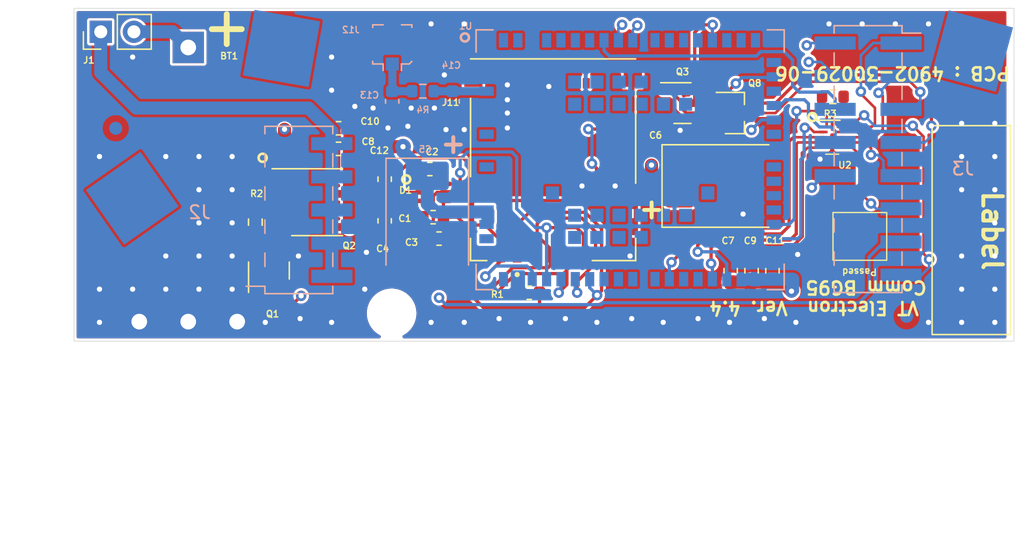
<source format=kicad_pcb>
(kicad_pcb (version 20240108) (generator "pcbnew") (generator_version "8.0")
  (layers (0 "F.Cu" signal) (1 "In1.Cu" signal) (2 "In2.Cu" signal) (31 "B.Cu" signal) (34 "B.Paste" user) (35 "F.Paste" user) (36 "B.SilkS" user "B.Silkscreen") (37 "F.SilkS" user "F.Silkscreen") (38 "B.Mask" user) (39 "F.Mask" user) (44 "Edge.Cuts" user))
  (net 0 "")
  (net 1 "GND")
  (net 5 "/uGND")
  (net 6 "/uRST")
  (net 7 "/uCLK")
  (net 8 "/uData")
  (net 9 "/uVDD")
  (net 10 "/VBAT")
  (net 11 "/uStatus")
  (net 12 "/uPWRKEY")
  (net 13 "/+3V6")
  (net 14 "/uDTR")
  (net 15 "/TxD")
  (net 16 "/RxD")
  (net 17 "/uDCD")
  (net 18 "/RF_OUT")
  (net 19 "Net-(Q1-Pad3)")
  (net 20 "/RXD")
  (net 21 "/TXD")
  (net 22 "/VDD_EXT")
  (net 23 "/DTR")
  (net 24 "/DCD")
  (net 25 "/PWRKEY")
  (net 26 "/Status")
  (net 27 "/Alim")
  (net 59 "/+3V6d")
  (net 60 "/+3V3_UC")
  (net 61 "/RF_OUT1")
  (net 62 "Net-(R3-Pad2)")
  (net 63 "/T")
  (net 64 "/R")
  (net 65 "/D+")
  (net 66 "/D-")
  (net 67 "/Vbus")
  (footprint "Capacitor_SMD:C_0603_1608Metric" (layer "F.Cu") (at 30.51 -6.5 180)
    (property "Reference" "C1")
    (property "Value" "33p")
  )
  (footprint "Capacitor_SMD:C_0603_1608Metric" (layer "F.Cu") (at 30.26 -10.19 180)
    (property "Reference" "C2")
    (property "Value" "33p")
  )
  (footprint "Capacitor_SMD:C_0603_1608Metric" (layer "F.Cu") (at 30.9626 -4.86 180)
    (property "Reference" "C3")
    (property "Value" "33p")
  )
  (footprint "Capacitor_SMD:C_0603_1608Metric" (layer "F.Cu") (at 26.797 -6.223 -90)
    (property "Reference" "C4")
    (property "Value" "100n")
  )
  (footprint "Capacitor_Tantalum_SMD:CP_EIA-7361-38_AVX-V_Pad2.18x3.30mm_HandSolder" (layer "F.Cu") (at 52.578 -8.89)
    (property "Reference" "C6")
    (property "Value" "TAJD477K006RNJ")
  )
  (footprint "Capacitor_SMD:C_0603_1608Metric_Pad1.05x0.95mm_HandSolder" (layer "F.Cu") (at 53.3 -2.4 90)
    (property "Reference" "C7")
    (property "Value" "100n")
  )
  (footprint "Capacitor_SMD:C_0603_1608Metric_Pad1.05x0.95mm_HandSolder" (layer "F.Cu") (at 23.2664 -11.7348 180)
    (property "Reference" "C8")
    (property "Value" "100n")
  )
  (footprint "Capacitor_SMD:C_0603_1608Metric_Pad1.05x0.95mm_HandSolder" (layer "F.Cu") (at 54.9 -2.4 90)
    (property "Reference" "C9")
    (property "Value" "33p")
  )
  (footprint "Capacitor_SMD:C_0603_1608Metric_Pad1.05x0.95mm_HandSolder" (layer "F.Cu") (at 23.2664 -13.3096 180)
    (property "Reference" "C10")
    (property "Value" "33p")
  )
  (footprint "Capacitor_SMD:C_0603_1608Metric_Pad1.05x0.95mm_HandSolder" (layer "F.Cu") (at 56.5 -2.4 90)
    (property "Reference" "C11")
    (property "Value" "10p")
  )
  (footprint "Capacitor_SMD:C_0603_1608Metric_Pad1.05x0.95mm_HandSolder" (layer "F.Cu") (at 26.797 -9.412 -90)
    (property "Reference" "C12")
    (property "Value" "10p")
  )
  (footprint "Diode_SMD:SC70-6" (layer "F.Cu") (at 30.51 -8.4 -90)
    (property "Reference" "D1")
    (property "Value" "SMF05C.TCT" (hide yes))
  )
  (footprint "Package_SO:SOIC-8_3.9x4.9mm_P1.27mm" (layer "F.Cu") (at 21.625 -7.65)
    (property "Reference" "Q2")
    (property "Value" "AO4459" (hide yes))
  )
  (footprint "Package_TO_SOT_SMD:SOT-23" (layer "F.Cu") (at 53.594 -14.478)
    (property "Reference" "Q8")
    (property "Value" "PDTC143XT")
  )
  (footprint "Resistor_SMD:R_0603_1608Metric" (layer "F.Cu") (at 37.8714 -0.7112 180)
    (property "Reference" "R1")
    (property "Value" "15k")
  )
  (footprint "Connector_Molex:MOLEX_78646-3001" (layer "F.Cu") (at 39.7 -10.9 90)
    (property "Reference" "J11")
    (property "Value" "78646-3001")
  )
  (footprint "Package_DFN_QFN:Texas_R_PUQFN-N12" (layer "F.Cu") (at 61.075 -12.625)
    (property "Reference" "U2")
    (property "Value" "TXB0104RUT" (hide yes))
  )
  (footprint "Resistor_SMD:R_0603_1608Metric" (layer "F.Cu") (at 61.125 -15.725)
    (property "Reference" "R3")
    (property "Value" "4k7")
  )
  (footprint "Package_TO_SOT_SMD:SOT-23" (layer "F.Cu") (at 17.9324 -2.413 90)
    (property "Reference" "Q1")
    (property "Value" "PDTC143XT")
  )
  (footprint "Battery:HLC1520-3P" (layer "F.Cu") (at 11.75 -19.5 -90)
    (property "Reference" "BT1")
    (property "Value" "HLC1520-3P")
  )
  (footprint "MountingHole:MountingHole_2.5mm  Simpla" (layer "F.Cu") (at 27.3304 0.8636)
    (property "Reference" "H1" (hide yes))
    (property "Value" "MountingHole" (hide yes))
  )
  (footprint "Fiducial:Fiducial_1mm_Mask2mm" (layer "F.Cu") (at 72.2376 -20.2946)
    (property "Reference" "FID1" (hide yes))
    (property "Value" "Fiducial" (hide yes))
  )
  (footprint "Resistor_SMD:R_0603_1608Metric" (layer "F.Cu") (at 16.891 -6.1214 -90)
    (property "Reference" "R2")
    (property "Value" "4k7" (hide yes))
  )
  (footprint "Connector_PinHeader_2.54mm:PinHeader_1x02_P2.54mm_Vertical" (layer "F.Cu") (at 5.0496 -20.7 90)
    (property "Reference" "J1")
    (property "Value" "DNP")
  )
  (footprint "Fiducial:Fiducial_1mm_Mask2mm" (layer "F.Cu") (at 6.223 -2.794)
    (property "Reference" "FID4" (hide yes))
    (property "Value" "Fiducial" (hide yes))
  )
  (footprint "Symbol:Eticheta" (layer "F.Cu") (at 71.7296 -5.5118 -90)
    (property "Reference" "TP1" (hide yes))
    (property "Value" "Eticheta" (hide yes))
  )
  (footprint "Package_TO_SOT_SMD:SOT-23" (layer "F.Cu") (at 49.6085 -15.24)
    (property "Reference" "Q3")
    (property "Value" "PDTC143XT")
  )
  (footprint "BG95:XCVR_BG95M3LA-64-SGNS" (layer "B.Cu") (at 45.6 -10.9 -90)
    (property "Reference" "U1")
    (property "Value" "BG95")
  )
  (footprint "Capacitor_Tantalum_SMD:CP_EIA-7361-38_AVX-V_Pad2.18x3.30mm_HandSolder" (layer "B.Cu") (at 30.06 -6.48 -90)
    (property "Reference" "C5")
    (property "Value" "TAJD477K006RNJ")
  )
  (footprint "Connector_Coaxial:U.FL_Molex_MCRF_73412-0110_Vertical" (layer "B.Cu") (at 27.3812 -19.7358 180)
    (property "Reference" "J12")
    (property "Value" "CONUFL001-SMD-T" (hide yes))
  )
  (footprint "Connector_PinHeader_2.54mm:PinHeader_2x08_P2.54mm_Vertical_SMD_MOD" (layer "B.Cu") (at 63.825 -10.95 180)
    (property "Reference" "J3")
    (property "Value" "Conn_02x08_Counter_Clockwise")
  )
  (footprint "TestPoint:TestPoint_Pad_5.1x5.1mm" (layer "B.Cu") (at 18.8976 -19.431 170)
    (property "Reference" "J5" (hide yes))
    (property "Value" "Conn_01x01_Male" (hide yes))
  )
  (footprint "Fiducial:Fiducial_1mm_Mask2mm" (layer "B.Cu") (at 66.7766 1.0922 180)
    (property "Reference" "FID2" (hide yes))
    (property "Value" "Fiducial" (hide yes))
  )
  (footprint "Resistor_SMD:R_0603_1608Metric" (layer "B.Cu") (at 29.725 -16.15)
    (property "Reference" "R4")
    (property "Value" "0")
  )
  (footprint "Connector_PinHeader_2.54mm:PinHeader_2x05_P2.54mm_Vertical_SMD_MOD" (layer "B.Cu") (at 20.225 -7.05)
    (property "Reference" "J2")
    (property "Value" "Conn_02x05_Counter_Clockwise")
  )
  (footprint "Capacitor_SMD:C_0603_1608Metric" (layer "B.Cu") (at 27.375 -15.375 -90)
    (property "Reference" "C13")
    (property "Value" "DNP")
  )
  (footprint "TestPoint:TestPoint_Pad_5.1x5.1mm" (layer "B.Cu") (at 71.8058 -19.2278 165)
    (property "Reference" "J6" (hide yes))
    (property "Value" "Conn_01x01_Male" (hide yes))
  )
  (footprint "TestPoint:TestPoint_Pad_5.1x5.1mm" (layer "B.Cu") (at 7.4676 -7.9502 125)
    (property "Reference" "J4" (hide yes))
    (property "Value" "Conn_01x01_Male" (hide yes))
  )
  (footprint "Fiducial:Fiducial_1mm_Mask2mm" (layer "B.Cu") (at 6.1976 -13.3096 180)
    (property "Reference" "FID3" (hide yes))
    (property "Value" "Fiducial" (hide yes))
  )
  (footprint "Capacitor_SMD:C_0603_1608Metric" (layer "B.Cu") (at 32 -15.375 -90)
    (property "Reference" "C14")
    (property "Value" "DNP")
  )
  (gr_circle (center 32.9438 -20.2692) (end 33.253847 -20.2692) (stroke (width 0.2)) (fill none) (layer "B.SilkS"))
  (gr_circle (center 28.448 -9.398) (end 28.758047 -9.398) (stroke (width 0.2)) (fill none) (layer "F.SilkS"))
  (gr_circle (center 59.563 -14.1732) (end 59.873047 -14.1732) (stroke (width 0.2)) (fill none) (layer "F.SilkS"))
  (gr_circle (center 17.4498 -11.049) (end 17.759847 -11.049) (stroke (width 0.2)) (fill none) (layer "F.SilkS"))
  (gr_rect (start 61.1378 -6.858) (end 65.2526 -3.2004) (stroke (width 0.1)) (fill none) (layer "F.SilkS"))
  (gr_line (start 75 3) (end 3 3) (stroke (width 0.05)) (layer "Edge.Cuts"))
  (gr_line (start 3 -22.5) (end 3 3) (stroke (width 0.05)) (layer "Edge.Cuts"))
  (gr_line (start 75 3) (end 75 -22.5) (stroke (width 0.05)) (layer "Edge.Cuts"))
  (gr_line (start 75 -22.5) (end 3 -22.5) (stroke (width 0.05)) (layer "Edge.Cuts"))
  (gr_text "+" (at 32.0548 -12.1666 0) (layer "B.SilkS") (effects (font (size 1.5 1.5) (thickness 0.3))))
  (gr_text "PCB : 4902-30029-06" (at 65.6844 -17.526 180) (layer "F.SilkS") (effects (font (size 1 1) (thickness 0.2))))
  (gr_text "VT Electron  Ver. 4.4\n\n" (at 59.69 -0.3556 180) (layer "F.SilkS") (effects (font (size 1 1) (thickness 0.2))))
  (gr_text "Label" (at 73.3298 -5.461 270) (layer "F.SilkS") (effects (font (size 1.5 1.5) (thickness 0.3))))
  (gr_text "Passed" (at 63.1698 -2.3114 180) (layer "F.SilkS") (effects (font (size 0.5 0.5) (thickness 0.1))))
  (gr_text "Comm BG95\n\n" (at 63.6778 -1.9304 180) (layer "F.SilkS") (effects (font (size 1 1) (thickness 0.2))))
  (gr_text "+" (at 47.244 -7.1628 0) (layer "F.SilkS") (effects (font (size 1.5 1.5) (thickness 0.3))))
  (segment (start 56.25 -3.25) (end 56.3 -3.2) (width 0.25) (layer "F.Cu") (net 1))
  (segment (start 55.7655 -8.2555) (end 54.25 -6.74) (width 0.25) (layer "F.Cu") (net 1))
  (segment (start 60.4066 -10.775) (end 60.25 -10.775) (width 0.25) (layer "F.Cu") (net 1))
  (segment (start 56.5 -3.275) (end 58.055 -3.275) (width 0.25) (layer "F.Cu") (net 1))
  (segment (start 53.3 -3.275) (end 54.875 -3.275) (width 0.25) (layer "F.Cu") (net 1))
  (segment (start 61.075 -11.825) (end 61.075 -11.025) (width 0.25) (layer "F.Cu") (net 1))
  (segment (start 55.7655 -8.89) (end 55.7655 -8.2555) (width 0.25) (layer "F.Cu") (net 1))
  (segment (start 60.825 -10.775) (end 60.4066 -10.775) (width 0.25) (layer "F.Cu") (net 1))
  (segment (start 49.43 -13.15) (end 49.808 -13.528) (width 0.25) (layer "F.Cu") (net 1))
  (segment (start 60.4066 -10.775) (end 60.3196 -10.775) (width 0.25) (layer "F.Cu") (net 1))
  (segment (start 58.432288 -3.647712) (end 58.432288 -3.644211) (width 0.25) (layer "F.Cu") (net 1))
  (segment (start 60.3196 -10.775) (end 60.1472 -10.9474) (width 0.25) (layer "F.Cu") (net 1))
  (segment (start 48.9 -13.15) (end 49.43 -13.15) (width 0.25) (layer "F.Cu") (net 1))
  (segment (start 60.25 -10.775) (end 60.225 -10.8) (width 0.25) (layer "F.Cu") (net 1))
  (segment (start 58.055 -3.275) (end 58.43 -3.65) (width 0.25) (layer "F.Cu") (net 1))
  (segment (start 48.671 -14.29) (end 48.671 -13.379) (width 0.25) (layer "F.Cu") (net 1))
  (segment (start 54.9 -3.275) (end 56.275 -3.275) (width 0.25) (layer "F.Cu") (net 1))
  (segment (start 48.671 -13.379) (end 48.9 -13.15) (width 0.25) (layer "F.Cu") (net 1))
  (segment (start 54.875 -3.275) (end 54.9 -3.25) (width 0.25) (layer "F.Cu") (net 1))
  (segment (start 49.808 -13.528) (end 52.594 -13.528) (width 0.25) (layer "F.Cu") (net 1))
  (segment (start 54.875 -3.275) (end 54.9 -3.3) (width 0.25) (layer "F.Cu") (net 1))
  (segment (start 58.43 -3.65) (end 58.432288 -3.647712) (width 0.25) (layer "F.Cu") (net 1))
  (segment (start 61.075 -11.025) (end 60.825 -10.775) (width 0.25) (layer "F.Cu") (net 1))
  (via (at 15.113 -11.145394) (size 0.8) (drill 0.4) (layers "F.Cu" "B.Cu") (net 1))
  (via (at 65.913 -21.305394) (size 0.8) (drill 0.4) (layers "F.Cu" "B.Cu") (net 1))
  (via (at 31.369 -17.399) (size 0.8) (drill 0.4) (layers "F.Cu" "B.Cu") (net 1))
  (via (at 39.37 -16.51) (size 0.8) (drill 0.4) (layers "F.Cu" "B.Cu") (net 1))
  (via (at 12.573 -0.985394) (size 0.8) (drill 0.4) (layers "F.Cu" "B.Cu") (net 1))
  (via (at 70.993 -11.145394) (size 0.8) (drill 0.4) (layers "F.Cu" "B.Cu") (net 1))
  (via (at 58.432288 -3.644211) (size 0.8) (drill 0.4) (layers "F.Cu" "B.Cu") (net 1))
  (via (at 73.533 -3.525394) (size 0.8) (drill 0.4) (layers "F.Cu" "B.Cu") (net 1))
  (via (at 10.033 -11.145394) (size 0.8) (drill 0.4) (layers "F.Cu" "B.Cu") (net 1))
  (via (at 36.195 -13.335) (size 0.8) (drill 0.4) (layers "F.Cu" "B.Cu") (net 1))
  (via (at 20.32 1.27) (size 0.8) (drill 0.4) (layers "F.Cu" "B.Cu") (net 1))
  (via (at 12.573 -8.605394) (size 0.8) (drill 0.4) (layers "F.Cu" "B.Cu") (net 1))
  (via (at 45.593 -3.525394) (size 0.8) (drill 0.4) (layers "F.Cu" "B.Cu") (net 1))
  (via (at 70.993 -13.685394) (size 0.8) (drill 0.4) (layers "F.Cu" "B.Cu") (net 1))
  (via (at 44.45 -8.89) (size 0.8) (drill 0.4) (layers "F.Cu" "B.Cu") (net 1))
  (via (at 35.56 1.27) (size 0.8) (drill 0.4) (layers "F.Cu" "B.Cu") (net 1))
  (via (at 70.993 -0.985394) (size 0.8) (drill 0.4) (layers "F.Cu" "B.Cu") (net 1))
  (via (at 53.213 1.554606) (size 0.8) (drill 0.4) (layers "F.Cu" "B.Cu") (net 1))
  (via (at 60.1472 -10.9474) (size 0.8) (drill 0.4) (layers "F.Cu" "B.Cu") (net 1))
  (via (at 41.91 -8.89) (size 0.8) (drill 0.4) (layers "F.Cu" "B.Cu") (net 1))
  (via (at 31.496 -13.208) (size 0.8) (drill 0.4) (layers "F.Cu" "B.Cu") (net 1))
  (via (at 12.573 -3.525394) (size 0.8) (drill 0.4) (layers "F.Cu" "B.Cu") (net 1))
  (via (at 32.893 -13.208) (size 0.8) (drill 0.4) (layers "F.Cu" "B.Cu") (net 1))
  (via (at 12.573 -6.065394) (size 0.8) (drill 0.4) (layers "F.Cu" "B.Cu") (net 1))
  (via (at 73.533 -13.685394) (size 0.8) (drill 0.4) (layers "F.Cu" "B.Cu") (net 1))
  (via (at 28.575 -13.462) (size 0.8) (drill 0.4) (layers "F.Cu" "B.Cu") (net 1))
  (via (at 55.88 1.27) (size 0.8) (drill 0.4) (layers "F.Cu" "B.Cu") (net 1))
  (via (at 36.195 -14.478) (size 0.8) (drill 0.4) (layers "F.Cu" "B.Cu") (net 1))
  (via (at 73.533 -8.605394) (size 0.8) (drill 0.4) (layers "F.Cu" "B.Cu") (net 1))
  (via (at 32.893 -21.305394) (size 0.8) (drill 0.4) (layers "F.Cu" "B.Cu") (net 1))
  (via (at 58.293 1.554606) (size 0.8) (drill 0.4) (layers "F.Cu" "B.Cu") (net 1))
  (via (at 37.973 1.554606) (size 0.8) (drill 0.4) (layers "F.Cu" "B.Cu") (net 1))
  (via (at 45.72 1.27) (size 0.8) (drill 0.4) (layers "F.Cu" "B.Cu") (net 1))
  (via (at 30.353 -21.305394) (size 0.8) (drill 0.4) (layers "F.Cu" "B.Cu") (net 1))
  (via (at 20.193 -3.525394) (size 0.8) (drill 0.4) (layers "F.Cu" "B.Cu") (net 1))
  (via (at 25.908 -14.859) (size 0.8) (drill 0.4) (layers "F.Cu" "B.Cu") (net 1))
  (via (at 68.453 -21.305394) (size 0.8) (drill 0.4) (layers "F.Cu" "B.Cu") (net 1))
  (via (at 4.953 -11.145394) (size 0.8) (drill 0.4) (layers "F.Cu" "B.Cu") (net 1))
  (via (at 25.4 -3.81) (size 0.8) (drill 0.4) (layers "F.Cu" "B.Cu") (net 1))
  (via (at 70.993 -8.605394) (size 0.8) (drill 0.4) (layers "F.Cu" "B.Cu") (net 1))
  (via (at 36.195 -16.637) (size 0.8) (drill 0.4) (layers "F.Cu" "B.Cu") (net 1))
  (via (at 49.43 -13.15) (size 0.8) (drill 0.4) (layers "F.Cu" "B.Cu") (net 1))
  (via (at 36.195 -15.494) (size 0.8) (drill 0.4) (layers "F.Cu" "B.Cu") (net 1))
  (via (at 24.511 -14.986) (size 0.8) (drill 0.4) (layers "F.Cu" "B.Cu") (net 1))
  (via (at 15.113 -3.525394) (size 0.8) (drill 0.4) (layers "F.Cu" "B.Cu") (net 1))
  (via (at 22.733 -16.225394) (size 0.8) (drill 0.4) (layers "F.Cu" "B.Cu") (net 1))
  (via (at 60.833 -21.305394) (size 0.8) (drill 0.4) (layers "F.Cu" "B.Cu") (net 1))
  (via (at 70.993 -3.525394) (size 0.8) (drill 0.4) (layers "F.Cu" "B.Cu") (net 1))
  (via (at 27.051 -13.335) (size 0.8) (drill 0.4) (layers "F.Cu" "B.Cu") (net 1))
  (via (at 28.829 -14.859) (size 0.8) (drill 0.4) (layers "F.Cu" "B.Cu") (net 1))
  (via (at 68.453 1.554606) (size 0.8) (drill 0.4) (layers "F.Cu" "B.Cu") (net 1))
  (via (at 73.533 1.554606) (size 0.8) (drill 0.4) (layers "F.Cu" "B.Cu") (net 1))
  (via (at 73.533 -11.145394) (size 0.8) (drill 0.4) (layers "F.Cu" "B.Cu") (net 1))
  (via (at 7.493 -18.765394) (size 0.8) (drill 0.4) (layers "F.Cu" "B.Cu") (net 1))
  (via (at 32.893 1.554606) (size 0.8) (drill 0.4) (layers "F.Cu" "B.Cu") (net 1))
  (via (at 15.113 -6.065394) (size 0.8) (drill 0.4) (layers "F.Cu" "B.Cu") (net 1))
  (via (at 10.033 -3.525394) (size 0.8) (drill 0.4) (layers "F.Cu" "B.Cu") (net 1))
  (via (at 12.573 -11.145394) (size 0.8) (drill 0.4) (layers "F.Cu" "B.Cu") (net 1))
  (via (at 30.353 1.554606) (size 0.8) (drill 0.4) (layers "F.Cu" "B.Cu") (net 1))
  (via (at 63.373 -21.305394) (size 0.8) (drill 0.4) (layers "F.Cu" "B.Cu") (net 1))
  (via (at 10.033 -0.985394) (size 0.8) (drill 0.4) (layers "F.Cu" "B.Cu") (net 1))
  (via (at 54.25 -6.74) (size 0.8) (drill 0.4) (layers "F.Cu" "B.Cu") (net 1))
  (via (at 7.493 -0.985394) (size 0.8) (drill 0.4) (layers "F.Cu" "B.Cu") (net 1))
  (via (at 70.993 1.554606) (size 0.8) (drill 0.4) (layers "F.Cu" "B.Cu") (net 1))
  (via (at 15.113 -0.985394) (size 0.8) (drill 0.4) (layers "F.Cu" "B.Cu") (net 1))
  (via (at 48.133 1.554606) (size 0.8) (drill 0.4) (layers "F.Cu" "B.Cu") (net 1))
  (via (at 73.533 -6.065394) (size 0.8) (drill 0.4) (layers "F.Cu" "B.Cu") (net 1))
  (via (at 22.733 -18.765394) (size 0.8) (drill 0.4) (layers "F.Cu" "B.Cu") (net 1))
  (via (at 73.533 -0.985394) (size 0.8) (drill 0.4) (layers "F.Cu" "B.Cu") (net 1))
  (via (at 4.953 -0.985394) (size 0.8) (drill 0.4) (layers "F.Cu" "B.Cu") (net 1))
  (via (at 40.64 1.27) (size 0.8) (drill 0.4) (layers "F.Cu" "B.Cu") (net 1))
  (via (at 30.607 -14.859) (size 0.8) (drill 0.4) (layers "F.Cu" "B.Cu") (net 1))
  (via (at 25.273 -0.985394) (size 0.8) (drill 0.4) (layers "F.Cu" "B.Cu") (net 1))
  (via (at 15.113 -8.605394) (size 0.8) (drill 0.4) (layers "F.Cu" "B.Cu") (net 1))
  (via (at 50.8 1.27) (size 0.8) (drill 0.4) (layers "F.Cu" "B.Cu") (net 1))
  (via (at 43.053 1.554606) (size 0.8) (drill 0.4) (layers "F.Cu" "B.Cu") (net 1))
  (via (at 17.653 1.554606) (size 0.8) (drill 0.4) (layers "F.Cu" "B.Cu") (net 1))
  (via (at 22.733 1.554606) (size 0.8) (drill 0.4) (layers "F.Cu" "B.Cu") (net 1))
  (via (at 4.953 1.554606) (size 0.8) (drill 0.4) (layers "F.Cu" "B.Cu") (net 1))
  (segment (start 33.43 -7.775) (end 35.925 -7.775) (width 0.25) (layer "F.Cu") (net 5))
  (segment (start 35.675 -4.725) (end 34.5 -5.9) (width 0.25) (layer "F.Cu") (net 5))
  (segment (start 43.025 -7.775) (end 43.025 -10.25) (width 0.25) (layer "F.Cu") (net 5))
  (segment (start 42.4 -13.25) (end 45.175 -13.25) (width 0.25) (layer "F.Cu") (net 5))
  (segment (start 28.01 -6.9) (end 28.41 -6.5) (width 0.25) (layer "F.Cu") (net 5))
  (segment (start 34.5 -5.9) (end 33.6 -5.9) (width 0.25) (layer "F.Cu") (net 5))
  (segment (start 29.4725 -10.19) (end 29.4725 -10.9225) (width 0.25) (layer "F.Cu") (net 5))
  (segment (start 36.795 -7.775) (end 43.025 -7.775) (width 0.25) (layer "F.Cu") (net 5))
  (segment (start 45.24 -17.9) (end 45.805 -17.335) (width 0.25) (layer "F.Cu") (net 5))
  (segment (start 28.41 -6.5) (end 29.61 -6.5) (width 0.25) (layer "F.Cu") (net 5))
  (segment (start 28.11 -8.4) (end 28.01 -8.3) (width 0.25) (layer "F.Cu") (net 5))
  (segment (start 27.8995 -7.0105) (end 28.01 -6.9) (width 0.25) (layer "F.Cu") (net 5))
  (segment (start 26.797 -7.0105) (end 27.8995 -7.0105) (width 0.25) (layer "F.Cu") (net 5))
  (segment (start 29.6 -11.05) (end 29.01 -11.05) (width 0.25) (layer "F.Cu") (net 5))
  (segment (start 32.78548 -11.05) (end 29.6 -11.05) (width 0.25) (layer "F.Cu") (net 5))
  (segment (start 45.925 -7.775) (end 46 -7.7) (width 0.25) (layer "F.Cu") (net 5))
  (segment (start 29.4725 -10.9225) (end 29.6 -11.05) (width 0.25) (layer "F.Cu") (net 5))
  (segment (start 35.55 -17.9) (end 45.24 -17.9) (width 0.25) (layer "F.Cu") (net 5))
  (segment (start 46 -7.7) (end 46 -5.8) (width 0.25) (layer "F.Cu") (net 5))
  (segment (start 29.7225 -5.3126) (end 30.1751 -4.86) (width 0.25) (layer "F.Cu") (net 5))
  (segment (start 35.675 -3.605) (end 35.675 -3.135) (width 0.25) (layer "F.Cu") (net 5))
  (segment (start 29.01 -11.05) (end 28.16 -10.2) (width 0.25) (layer "F.Cu") (net 5))
  (segment (start 43.025 -10.25) (end 42.675 -10.6) (width 0.25) (layer "F.Cu") (net 5))
  (segment (start 35.675 -3.605) (end 35.675 -4.725) (width 0.25) (layer "F.Cu") (net 5))
  (segment (start 28.01 -10.05) (end 28.01 -8.3) (width 0.25) (layer "F.Cu") (net 5))
  (segment (start 45.805 -13.88) (end 45.805 -17.335) (width 0.25) (layer "F.Cu") (net 5))
  (segment (start 43.025 -7.775) (end 45.925 -7.775) (width 0.25) (layer "F.Cu") (net 5))
  (segment (start 35.925 -7.775) (end 36.795 -7.775) (width 0.25) (layer "F.Cu") (net 5))
  (segment (start 34.985 -17.335) (end 35.55 -17.9) (width 0.25) (layer "F.Cu") (net 5))
  (segment (start 33.4 -5.9) (end 33.4 -7.8) (width 0.25) (layer "F.Cu") (net 5))
  (segment (start 33.6 -5.9) (end 33.4 -5.9) (width 0.25) (layer "F.Cu") (net 5))
  (segment (start 29.7225 -6.5) (end 29.7225 -5.3126) (width 0.25) (layer "F.Cu") (net 5))
  (segment (start 33.43 -10.40548) (end 32.78548 -11.05) (width 0.25) (layer "F.Cu") (net 5))
  (segment (start 28.01 -6.9) (end 28.01 -8.3) (width 0.25) (layer "F.Cu") (net 5))
  (segment (start 35.675 -3.135) (end 35.675 -3.125) (width 0.25) (layer "F.Cu") (net 5))
  (segment (start 29.56 -8.4) (end 28.11 -8.4) (width 0.25) (layer "F.Cu") (net 5))
  (segment (start 45.175 -13.25) (end 45.805 -13.88) (width 0.25) (layer "F.Cu") (net 5))
  (segment (start 28.16 -10.2) (end 28.01 -10.05) (width 0.25) (layer "F.Cu") (net 5))
  (segment (start 33.595 -17.335) (end 34.985 -17.335) (width 0.25) (layer "F.Cu") (net 5))
  (segment (start 33.43 -7.775) (end 33.43 -10.40548) (width 0.25) (layer "F.Cu") (net 5))
  (segment (start 35.675 -3.125) (end 34.51 -1.96) (width 0.25) (layer "F.Cu") (net 5))
  (via (at 42.675 -10.6) (size 0.8) (drill 0.4) (layers "F.Cu" "B.Cu") (net 5))
  (via (at 34.51 -1.96) (size 0.8) (drill 0.4) (layers "F.Cu" "B.Cu") (net 5))
  (via (at 42.4 -13.25) (size 0.8) (drill 0.4) (layers "F.Cu" "B.Cu") (net 5))
  (segment (start 42.675 -12.975) (end 42.4 -13.25) (width 0.25) (layer "B.Cu") (net 5))
  (segment (start 35.31 -2.76) (end 37.69 -2.76) (width 0.25) (layer "B.Cu") (net 5))
  (segment (start 38.1 -2.35) (end 38.1 -1.75) (width 0.25) (layer "B.Cu") (net 5))
  (segment (start 42.675 -10.6) (end 42.675 -12.975) (width 0.25) (layer "B.Cu") (net 5))
  (segment (start 34.51 -1.96) (end 35.31 -2.76) (width 0.25) (layer "B.Cu") (net 5))
  (segment (start 37.69 -2.76) (end 38.1 -2.35) (width 0.25) (layer "B.Cu") (net 5))
  (segment (start 32.38 -6.5) (end 32.87 -6.01) (width 0.25) (layer "F.Cu") (net 6))
  (segment (start 36.59 -2.63) (end 39.32 -2.63) (width 0.25) (layer "F.Cu") (net 6))
  (segment (start 42.95 -5.38) (end 42.95 -2.980978) (width 0.25) (layer "F.Cu") (net 6))
  (segment (start 32.87 -2.38) (end 34.05 -1.2) (width 0.25) (layer "F.Cu") (net 6))
  (segment (start 41.905489 -6.424511) (end 42.95 -5.38) (width 0.25) (layer "F.Cu") (net 6))
  (segment (start 31.2975 -6.5) (end 31.2975 -7.5875) (width 0.25) (layer "F.Cu") (net 6))
  (segment (start 41.54 -1.570978) (end 41.54 -0.719989) (width 0.25) (layer "F.Cu") (net 6))
  (segment (start 38.475489 -5.104511) (end 38.475489 -6.000103) (width 0.25) (layer "F.Cu") (net 6))
  (segment (start 39.485 -4.095) (end 38.475489 -5.104511) (width 0.25) (layer "F.Cu") (net 6))
  (segment (start 32.87 -6.01) (end 32.87 -2.38) (width 0.25) (layer "F.Cu") (net 6))
  (segment (start 34.05 -1.2) (end 35.16 -1.2) (width 0.25) (layer "F.Cu") (net 6))
  (segment (start 39.485 -3.605) (end 39.485 -4.095) (width 0.25) (layer "F.Cu") (net 6))
  (segment (start 35.16 -1.2) (end 36.59 -2.63) (width 0.25) (layer "F.Cu") (net 6))
  (segment (start 39.32 -2.63) (end 39.485 -2.795) (width 0.25) (layer "F.Cu") (net 6))
  (segment (start 39.485 -2.795) (end 39.485 -3.605) (width 0.25) (layer "F.Cu") (net 6))
  (segment (start 38.899897 -6.424511) (end 41.905489 -6.424511) (width 0.25) (layer "F.Cu") (net 6))
  (segment (start 38.475489 -6.000103) (end 38.899897 -6.424511) (width 0.25) (layer "F.Cu") (net 6))
  (segment (start 31.2975 -6.5) (end 32.38 -6.5) (width 0.25) (layer "F.Cu") (net 6))
  (segment (start 31.2975 -7.5875) (end 31.46 -7.75) (width 0.25) (layer "F.Cu") (net 6))
  (segment (start 42.95 -2.980978) (end 41.54 -1.570978) (width 0.25) (layer "F.Cu") (net 6))
  (via (at 41.54 -0.719989) (size 0.8) (drill 0.4) (layers "F.Cu" "B.Cu") (net 6))
  (segment (start 41.4 -0.67) (end 41.449989 -0.719989) (width 0.25) (layer "B.Cu") (net 6))
  (segment (start 41.4 -1.75) (end 41.4 -0.67) (width 0.25) (layer "B.Cu") (net 6))
  (segment (start 41.449989 -0.719989) (end 41.54 -0.719989) (width 0.25) (layer "B.Cu") (net 6))
  (segment (start 32.33 -9.05) (end 32.58 -9.3) (width 0.25) (layer "F.Cu") (net 7))
  (segment (start 41.5 -5.7) (end 39.2 -5.7) (width 0.25) (layer "F.Cu") (net 7))
  (segment (start 42.025 -5.175) (end 41.5 -5.7) (width 0.25) (layer "F.Cu") (net 7))
  (segment (start 31.46 -9.05) (end 32.33 -9.05) (width 0.25) (layer "F.Cu") (net 7))
  (segment (start 31.0475 -9.4625) (end 31.46 -9.05) (width 0.25) (layer "F.Cu") (net 7))
  (segment (start 31.0475 -10.19) (end 31.0475 -9.4625) (width 0.25) (layer "F.Cu") (net 7))
  (segment (start 42.025 -3.605) (end 42.025 -5.175) (width 0.25) (layer "F.Cu") (net 7))
  (segment (start 32.58 -9.3) (end 32.58 -9.9) (width 0.25) (layer "F.Cu") (net 7))
  (via (at 32.58 -9.9) (size 0.8) (drill 0.4) (layers "F.Cu" "B.Cu") (net 7))
  (via (at 39.2 -5.7) (size 0.8) (drill 0.4) (layers "F.Cu" "B.Cu") (net 7))
  (segment (start 36.91 -7.14) (end 38.35 -5.7) (width 0.25) (layer "B.Cu") (net 7))
  (segment (start 36.53 -11.5) (end 36.91 -11.12) (width 0.25) (layer "B.Cu") (net 7))
  (segment (start 32.58 -9.9) (end 32.58 -10.94) (width 0.25) (layer "B.Cu") (net 7))
  (segment (start 32.58 -10.94) (end 33.14 -11.5) (width 0.25) (layer "B.Cu") (net 7))
  (segment (start 33.14 -11.5) (end 36.53 -11.5) (width 0.25) (layer "B.Cu") (net 7))
  (segment (start 36.91 -11.12) (end 36.91 -7.14) (width 0.25) (layer "B.Cu") (net 7))
  (segment (start 39.2 -1.9) (end 39.3 -1.8) (width 0.25) (layer "B.Cu") (net 7))
  (segment (start 39.2 -5.7) (end 39.2 -1.9) (width 0.25) (layer "B.Cu") (net 7))
  (segment (start 38.35 -5.7) (end 39.2 -5.7) (width 0.25) (layer "B.Cu") (net 7))
  (segment (start 40.50048 -2.18048) (end 37.18168 -2.18048) (width 0.25) (layer "F.Cu") (net 8))
  (segment (start 31.7501 -2.8701) (end 31.7501 -4.86) (width 0.25) (layer "F.Cu") (net 8))
  (segment (start 37.0839 -2.0827) (end 37.18168 -2.18048) (width 0.25) (layer "F.Cu") (net 8))
  (segment (start 40.13 -0.72) (end 40.755 -1.345) (width 0.25) (layer "F.Cu") (net 8))
  (segment (start 40.755 -2.435) (end 40.50048 -2.18048) (width 0.25) (layer "F.Cu") (net 8))
  (segment (start 40.755 -2.435) (end 40.755 -3.605) (width 0.25) (layer "F.Cu") (net 8))
  (segment (start 36.84048 -2.18048) (end 35.41 -0.75) (width 0.25) (layer "F.Cu") (net 8))
  (segment (start 31.46 -8.4) (end 30.81 -8.4) (width 0.25) (layer "F.Cu") (net 8))
  (segment (start 30.81 -8.4) (end 30.52 -8.11) (width 0.25) (layer "F.Cu") (net 8))
  (segment (start 30.8102 -5.5626) (end 31.3436 -5.5626) (width 0.25) (layer "F.Cu") (net 8))
  (segment (start 33.864283 -0.75) (end 32.42048 -2.193803) (width 0.25) (layer "F.Cu") (net 8))
  (segment (start 37.0839 -0.7112) (end 37.0839 -2.0827) (width 0.25) (layer "F.Cu") (net 8))
  (segment (start 30.52 -8.11) (end 30.52 -5.8528) (width 0.25) (layer "F.Cu") (net 8))
  (segment (start 31.7501 -5.1561) (end 31.7501 -4.86) (width 0.25) (layer "F.Cu") (net 8))
  (segment (start 32.42048 -2.19972) (end 31.7501 -2.8701) (width 0.25) (layer "F.Cu") (net 8))
  (segment (start 31.3436 -5.5626) (end 31.7501 -5.1561) (width 0.25) (layer "F.Cu") (net 8))
  (segment (start 40.755 -1.345) (end 40.755 -2.435) (width 0.25) (layer "F.Cu") (net 8))
  (segment (start 32.42048 -2.193803) (end 32.42048 -2.19972) (width 0.25) (layer "F.Cu") (net 8))
  (segment (start 30.52 -5.8528) (end 30.8102 -5.5626) (width 0.25) (layer "F.Cu") (net 8))
  (segment (start 35.41 -0.75) (end 33.864283 -0.75) (width 0.25) (layer "F.Cu") (net 8))
  (segment (start 37.18168 -2.18048) (end 36.84048 -2.18048) (width 0.25) (layer "F.Cu") (net 8))
  (via (at 40.13 -0.72) (size 0.8) (drill 0.4) (layers "F.Cu" "B.Cu") (net 8))
  (segment (start 40.3 -1.75) (end 40.3 -0.89) (width 0.25) (layer "B.Cu") (net 8))
  (segment (start 40.3 -0.89) (end 40.13 -0.72) (width 0.25) (layer "B.Cu") (net 8))
  (segment (start 38.6589 0.3303) (end 38.7604 0.4318) (width 0.25) (layer "F.Cu") (net 9))
  (segment (start 43.07 -0.53) (end 43.41 -0.87) (width 0.25) (layer "F.Cu") (net 9))
  (segment (start 38.7604 0.4318) (end 42.1082 0.4318) (width 0.25) (layer "F.Cu") (net 9))
  (segment (start 29.6926 -3.937) (end 28.1941 -5.4355) (width 0.25) (layer "F.Cu") (net 9))
  (segment (start 28.1941 -5.4355) (end 26.797 -5.4355) (width 0.25) (layer "F.Cu") (net 9))
  (segment (start 36.945 -5.945) (end 36.945 -3.605) (width 0.25) (layer "F.Cu") (net 9))
  (segment (start 31.1912 -3.5052) (end 30.7594 -3.937) (width 0.25) (layer "F.Cu") (net 9))
  (segment (start 31.1912 -2.7432) (end 31.1912 -3.5052) (width 0.25) (layer "F.Cu") (net 9))
  (segment (start 30.7594 -3.937) (end 29.6926 -3.937) (width 0.25) (layer "F.Cu") (net 9))
  (segment (start 43.41 -0.87) (end 43.41 -5.61) (width 0.25) (layer "F.Cu") (net 9))
  (segment (start 37.874031 -6.874031) (end 36.945 -5.945) (width 0.25) (layer "F.Cu") (net 9))
  (segment (start 42.1082 0.4318) (end 43.07 -0.53) (width 0.25) (layer "F.Cu") (net 9))
  (segment (start 34.3662 0.4318) (end 31.1912 -2.7432) (width 0.25) (layer "F.Cu") (net 9))
  (segment (start 38.6589 -0.7112) (end 38.6589 0.3303) (width 0.25) (layer "F.Cu") (net 9))
  (segment (start 43.41 -5.61) (end 42.145969 -6.874031) (width 0.25) (layer "F.Cu") (net 9))
  (segment (start 38.7604 0.4318) (end 34.3662 0.4318) (width 0.25) (layer "F.Cu") (net 9))
  (segment (start 42.145969 -6.874031) (end 37.874031 -6.874031) (width 0.25) (layer "F.Cu") (net 9))
  (via (at 43.07 -0.53) (size 0.8) (drill 0.4) (layers "F.Cu" "B.Cu") (net 9))
  (segment (start 42.5 -1.75) (end 42.5 -1.1) (width 0.25) (layer "B.Cu") (net 9))
  (segment (start 42.5 -1.1) (end 43.07 -0.53) (width 0.25) (layer "B.Cu") (net 9))
  (segment (start 24.1 -7.015) (end 24.1 -5.745) (width 1) (layer "F.Cu") (net 10))
  (segment (start 26.835 -10.325) (end 26.797 -10.287) (width 1) (layer "F.Cu") (net 10))
  (segment (start 26.835 -11.9) (end 26.835 -10.325) (width 1) (layer "F.Cu") (net 10))
  (segment (start 28.2 -11.9) (end 26.835 -11.9) (width 1) (layer "F.Cu") (net 10))
  (segment (start 47.23398 -10.49102) (end 47.23398 -9.40802) (width 1) (layer "F.Cu") (net 10))
  (segment (start 24.1414 -11.7348) (end 24.1414 -13.3096) (width 1) (layer "F.Cu") (net 10))
  (segment (start 47.752 -8.89) (end 49.3905 -8.89) (width 1) (layer "F.Cu") (net 10))
  (segment (start 24.1 -9.555) (end 24.1 -8.285) (width 1) (layer "F.Cu") (net 10))
  (segment (start 26.835 -11.9) (end 24.3066 -11.9) (width 1) (layer "F.Cu") (net 10))
  (segment (start 24.1 -9.555) (end 24.1 -11.6934) (width 1) (layer "F.Cu") (net 10))
  (segment (start 47.23398 -9.40802) (end 47.752 -8.89) (width 1) (layer "F.Cu") (net 10))
  (segment (start 53.3 -1.525) (end 54.475 -1.525) (width 1) (layer "F.Cu") (net 10))
  (segment (start 56.5 -1.525) (end 57.265 -1.525) (width 1) (layer "F.Cu") (net 10))
  (segment (start 57.265 -1.525) (end 57.96 -0.83) (width 1) (layer "F.Cu") (net 10))
  (segment (start 53.3 -1.525) (end 56.5 -1.525) (width 1) (layer "F.Cu") (net 10))
  (segment (start 24.1 -11.6934) (end 24.1414 -11.7348) (width 1) (layer "F.Cu") (net 10))
  (segment (start 24.1 -8.285) (end 24.1 -7.015) (width 1) (layer "F.Cu") (net 10))
  (segment (start 54.475 -1.525) (end 54.5 -1.5) (width 1) (layer "F.Cu") (net 10))
  (segment (start 54.825 -1.525) (end 54.9 -1.6) (width 1) (layer "F.Cu") (net 10))
  (segment (start 24.3066 -11.9) (end 24.1414 -11.7348) (width 1) (layer "F.Cu") (net 10))
  (via (at 57.96 -0.83) (size 0.8) (drill 0.4) (layers "F.Cu" "B.Cu") (net 10))
  (via (at 47.23398 -10.49102) (size 0.8) (drill 0.4) (layers "F.Cu" "B.Cu") (net 10))
  (via (at 28.2 -11.9) (size 1.2) (drill 0.4) (layers "F.Cu" "B.Cu") (net 10))
  (segment (start 54.35 -1.75) (end 54.3 -1.7) (width 1) (layer "B.Cu") (net 10))
  (segment (start 30.06 -7.52) (end 30.06 -9.6675) (width 1) (layer "B.Cu") (net 10))
  (segment (start 30.680001 -6.899999) (end 30.06 -7.52) (width 1) (layer "B.Cu") (net 10))
  (segment (start 28.2 -11.9) (end 28.2 -11.5275) (width 1) (layer "B.Cu") (net 10))
  (segment (start 55.2 -1.75) (end 54.35 -1.75) (width 1) (layer "B.Cu") (net 10))
  (segment (start 34.7 -6.2) (end 34.7 -6.899999) (width 1) (layer "B.Cu") (net 10))
  (segment (start 34.7 -6.899999) (end 30.680001 -6.899999) (width 1) (layer "B.Cu") (net 10))
  (segment (start 28.2 -11.5275) (end 30.06 -9.6675) (width 1) (layer "B.Cu") (net 10))
  (segment (start 55.2 -1.75) (end 58.05 -1.75) (width 1) (layer "B.Cu") (net 10))
  (segment (start 58.05 -1.75) (end 58.05 -0.92) (width 1) (layer "B.Cu") (net 10))
  (segment (start 58.05 -0.92) (end 57.96 -0.83) (width 1) (layer "B.Cu") (net 10))
  (segment (start 67.05 -16.875) (end 67.825 -16.1) (width 0.2) (layer "F.Cu") (net 11))
  (segment (start 59.125 -16.875) (end 67.05 -16.875) (width 0.2) (layer "F.Cu") (net 11))
  (segment (start 54.594 -14.478) (end 56.728 -14.478) (width 0.2) (layer "F.Cu") (net 11))
  (segment (start 56.728 -14.478) (end 59.125 -16.875) (width 0.2) (layer "F.Cu") (net 11))
  (via (at 67.825 -16.1) (size 0.8) (drill 0.4) (layers "F.Cu" "B.Cu") (net 11))
  (segment (start 67.21 -14.76) (end 67.825 -15.375) (width 0.2) (layer "B.Cu") (net 11))
  (segment (start 67.825 -15.375) (end 67.825 -16.1) (width 0.2) (layer "B.Cu") (net 11))
  (segment (start 66.35 -14.76) (end 67.21 -14.76) (width 0.2) (layer "B.Cu") (net 11))
  (segment (start 48.671 -16.19) (end 49.48398 -15.37702) (width 0.25) (layer "F.Cu") (net 12))
  (segment (start 58.9 -17.4) (end 67.75 -17.4) (width 0.25) (layer "F.Cu") (net 12))
  (segment (start 67.75 -17.4) (end 68.675 -16.475) (width 0.25) (layer "F.Cu") (net 12))
  (segment (start 56.74 -15.24) (end 58.9 -17.4) (width 0.25) (layer "F.Cu") (net 12))
  (segment (start 49.48398 -15.37702) (end 49.48398 -14.893448) (width 0.25) (layer "F.Cu") (net 12))
  (segment (start 49.899428 -14.478) (end 52.860511 -14.478) (width 0.25) (layer "F.Cu") (net 12))
  (segment (start 52.860511 -14.478) (end 53.086 -14.703489) (width 0.25) (layer "F.Cu") (net 12))
  (segment (start 53.848 -15.24) (end 56.74 -15.24) (width 0.25) (layer "F.Cu") (net 12))
  (segment (start 49.48398 -14.893448) (end 49.899428 -14.478) (width 0.25) (layer "F.Cu") (net 12))
  (segment (start 53.086 -14.703489) (end 53.311489 -14.703489) (width 0.25) (layer "F.Cu") (net 12))
  (segment (start 68.675 -16.475) (end 68.675 -13.5) (width 0.25) (layer "F.Cu") (net 12))
  (segment (start 53.311489 -14.703489) (end 53.848 -15.24) (width 0.25) (layer "F.Cu") (net 12))
  (via (at 68.675 -13.5) (size 0.8) (drill 0.4) (layers "F.Cu" "B.Cu") (net 12))
  (segment (start 68.7 -13.475) (end 68.675 -13.5) (width 0.2) (layer "B.Cu") (net 12))
  (segment (start 66.35 -12.22) (end 68.17 -12.22) (width 0.2) (layer "B.Cu") (net 12))
  (segment (start 68.7 -12.75) (end 68.7 -13.475) (width 0.2) (layer "B.Cu") (net 12))
  (segment (start 68.17 -12.22) (end 68.7 -12.75) (width 0.2) (layer "B.Cu") (net 12))
  (segment (start 22.75 -12.13) (end 22.75 -13.075) (width 1) (layer "B.Cu") (net 13))
  (segment (start 22.75 -13.075) (end 20.966 -14.859) (width 1) (layer "B.Cu") (net 13))
  (segment (start 22.75 -2.005) (end 22.75 -12.13) (width 1) (layer "B.Cu") (net 13))
  (segment (start 7.7724 -14.859) (end 5.0496 -17.5818) (width 1) (layer "B.Cu") (net 13))
  (segment (start 5.0496 -17.5818) (end 5.0496 -20.7) (width 1) (layer "B.Cu") (net 13))
  (segment (start 20.966 -14.859) (end 7.7724 -14.859) (width 1) (layer "B.Cu") (net 13))
  (segment (start 64.1 -13.425) (end 63.475 -13.425) (width 0.2) (layer "F.Cu") (net 14))
  (segment (start 64.35 -14.875) (end 64.35 -13.675) (width 0.2) (layer "F.Cu") (net 14))
  (segment (start 63.475 -13.425) (end 63.075 -13.025) (width 0.2) (layer "F.Cu") (net 14))
  (segment (start 64.35 -13.675) (end 64.1 -13.425) (width 0.2) (layer "F.Cu") (net 14))
  (segment (start 63.975 -15.25) (end 64.35 -14.875) (width 0.2) (layer "F.Cu") (net 14))
  (segment (start 63.975 -15.25) (end 63.275 -15.95) (width 0.2) (layer "F.Cu") (net 14))
  (segment (start 63.075 -13.025) (end 61.725 -13.025) (width 0.2) (layer "F.Cu") (net 14))
  (segment (start 63.275 -15.95) (end 63.275 -16.125) (width 0.2) (layer "F.Cu") (net 14))
  (via (at 63.275 -16.125) (size 0.8) (drill 0.4) (layers "F.Cu" "B.Cu") (net 14))
  (segment (start 64.215 -19.84) (end 66.35 -19.84) (width 0.2) (layer "B.Cu") (net 14))
  (segment (start 63.275 -16.125) (end 63.275 -18.9) (width 0.2) (layer "B.Cu") (net 14))
  (segment (start 63.275 -18.9) (end 64.215 -19.84) (width 0.2) (layer "B.Cu") (net 14))
  (segment (start 61.725 -12.225) (end 63.6 -12.225) (width 0.2) (layer "F.Cu") (net 15))
  (segment (start 64.05 -11.775) (end 64.05 -11.275) (width 0.2) (layer "F.Cu") (net 15))
  (segment (start 63.6 -12.225) (end 64.05 -11.775) (width 0.2) (layer "F.Cu") (net 15))
  (via (at 64.05 -11.275) (size 0.8) (drill 0.4) (layers "F.Cu" "B.Cu") (net 15))
  (segment (start 65 -10.225) (end 65 -10.825) (width 0.2) (layer "B.Cu") (net 15))
  (segment (start 64.55 -11.275) (end 64.05 -11.275) (width 0.2) (layer "B.Cu") (net 15))
  (segment (start 65 -10.825) (end 64.55 -11.275) (width 0.2) (layer "B.Cu") (net 15))
  (segment (start 65.545 -9.68) (end 65 -10.225) (width 0.2) (layer "B.Cu") (net 15))
  (segment (start 66.35 -9.68) (end 65.545 -9.68) (width 0.2) (layer "B.Cu") (net 15))
  (segment (start 63.175 -11.275) (end 63.175 -8.425) (width 0.2) (layer "F.Cu") (net 16))
  (segment (start 61.725 -11.825) (end 62.625 -11.825) (width 0.2) (layer "F.Cu") (net 16))
  (segment (start 63.175 -8.425) (end 64.05 -7.55) (width 0.2) (layer "F.Cu") (net 16))
  (segment (start 62.625 -11.825) (end 63.175 -11.275) (width 0.2) (layer "F.Cu") (net 16))
  (via (at 64.05 -7.55) (size 0.8) (drill 0.4) (layers "F.Cu" "B.Cu") (net 16))
  (segment (start 64.46 -7.14) (end 64.05 -7.55) (width 0.2) (layer "B.Cu") (net 16))
  (segment (start 66.35 -7.14) (end 64.46 -7.14) (width 0.2) (layer "B.Cu") (net 16))
  (segment (start 61.725 -12.625) (end 64.35 -12.625) (width 0.2) (layer "F.Cu") (net 17))
  (segment (start 64.95 -15.8) (end 64.725 -16.025) (width 0.2) (layer "F.Cu") (net 17))
  (segment (start 64.35 -12.625) (end 64.95 -13.225) (width 0.2) (layer "F.Cu") (net 17))
  (segment (start 64.725 -16.025) (end 64.625 -16.025) (width 0.2) (layer "F.Cu") (net 17))
  (segment (start 64.95 -13.225) (end 64.95 -15.8) (width 0.2) (layer "F.Cu") (net 17))
  (via (at 64.625 -16.025) (size 0.8) (drill 0.4) (layers "F.Cu" "B.Cu") (net 17))
  (segment (start 65.9 -17.3) (end 66.35 -17.3) (width 0.2) (layer "B.Cu") (net 17))
  (segment (start 64.625 -16.025) (end 65.9 -17.3) (width 0.2) (layer "B.Cu") (net 17))
  (segment (start 32 -16.15) (end 30.55 -16.15) (width 0.625) (layer "B.Cu") (net 18))
  (segment (start 34.6 -16.15) (end 32 -16.15) (width 0.625) (layer "B.Cu") (net 18))
  (segment (start 19.15 -5.745) (end 17.3396 -5.745) (width 0.25) (layer "F.Cu") (net 19))
  (segment (start 17.9324 -3.3505) (end 17.9324 -4.5274) (width 0.25) (layer "F.Cu") (net 19))
  (segment (start 17.3396 -5.745) (end 16.891 -5.2964) (width 0.25) (layer "F.Cu") (net 19))
  (segment (start 17.9324 -4.5274) (end 19.15 -5.745) (width 0.25) (layer "F.Cu") (net 19))
  (segment (start 57.85 -4.75) (end 58.325 -5.225) (width 0.25) (layer "F.Cu") (net 20))
  (segment (start 58.325 -5.225) (end 58.325 -12.1) (width 0.25) (layer "F.Cu") (net 20))
  (segment (start 58.45 -12.225) (end 58.325 -12.1) (width 0.2) (layer "F.Cu") (net 20))
  (segment (start 60.425 -12.225) (end 58.45 -12.225) (width 0.2) (layer "F.Cu") (net 20))
  (segment (start 50.775 -3.85) (end 50.775 -4.35) (width 0.25) (layer "F.Cu") (net 20))
  (segment (start 51.175 -4.75) (end 57.85 -4.75) (width 0.25) (layer "F.Cu") (net 20))
  (segment (start 50.775 -4.35) (end 51.175 -4.75) (width 0.25) (layer "F.Cu") (net 20))
  (via (at 50.775 -3.85) (size 0.8) (drill 0.4) (layers "F.Cu" "B.Cu") (net 20))
  (segment (start 53 -1.75) (end 53 -2.95) (width 0.25) (layer "B.Cu") (net 20))
  (segment (start 53 -2.95) (end 52.1 -3.85) (width 0.25) (layer "B.Cu") (net 20))
  (segment (start 52.1 -3.85) (end 50.775 -3.85) (width 0.25) (layer "B.Cu") (net 20))
  (segment (start 60.425 -11.825) (end 59.2 -11.825) (width 0.2) (layer "F.Cu") (net 21))
  (segment (start 59.2 -11.825) (end 58.825 -11.45) (width 0.2) (layer "F.Cu") (net 21))
  (segment (start 58.787699 -5.012699) (end 58.787699 -11.412699) (width 0.25) (layer "F.Cu") (net 21))
  (segment (start 58.075 -4.3) (end 58.787699 -5.012699) (width 0.25) (layer "F.Cu") (net 21))
  (segment (start 51.8 -2.95) (end 51.8 -4.175) (width 0.25) (layer "F.Cu") (net 21))
  (segment (start 51.925 -4.3) (end 58.075 -4.3) (width 0.25) (layer "F.Cu") (net 21))
  (segment (start 58.787699 -11.412699) (end 58.825 -11.45) (width 0.25) (layer "F.Cu") (net 21))
  (segment (start 51.8 -4.175) (end 51.925 -4.3) (width 0.25) (layer "F.Cu") (net 21))
  (via (at 51.8 -2.95) (size 0.8) (drill 0.4) (layers "F.Cu" "B.Cu") (net 21))
  (segment (start 51.9 -2.85) (end 51.8 -2.95) (width 0.25) (layer "B.Cu") (net 21))
  (segment (start 51.9 -1.75) (end 51.9 -2.85) (width 0.25) (layer "B.Cu") (net 21))
  (segment (start 60.225 -14.625) (end 60.025 -14.625) (width 0.2) (layer "F.Cu") (net 22))
  (segment (start 60.3 -15.725) (end 60.025 -15.45) (width 0.2) (layer "F.Cu") (net 22))
  (segment (start 60.025 -15.45) (end 60.025 -14.625) (width 0.2) (layer "F.Cu") (net 22))
  (segment (start 60.65 -14.2) (end 60.225 -14.625) (width 0.2) (layer "F.Cu") (net 22))
  (segment (start 60.65 -13.6) (end 60.65 -14.2) (width 0.2) (layer "F.Cu") (net 22))
  (segment (start 60.025 -14.625) (end 58.35 -14.625) (width 0.2) (layer "F.Cu") (net 22))
  (via (at 58.35 -14.625) (size 0.8) (drill 0.4) (layers "F.Cu" "B.Cu") (net 22))
  (segment (start 58.166 -6.35) (end 57.766 -5.95) (width 0.25) (layer "B.Cu") (net 22))
  (segment (start 57.766 -5.95) (end 56.6 -5.95) (width 0.25) (layer "B.Cu") (net 22))
  (segment (start 58.35 -13.825) (end 58.166001 -13.641001) (width 0.25) (layer "B.Cu") (net 22))
  (segment (start 58.166001 -13.641001) (end 58.166 -6.35) (width 0.25) (layer "B.Cu") (net 22))
  (segment (start 58.35 -14.625) (end 58.35 -13.825) (width 0.25) (layer "B.Cu") (net 22))
  (segment (start 59.35 -13.35) (end 58.975 -13.35) (width 0.2) (layer "F.Cu") (net 23))
  (segment (start 59.675 -13.025) (end 59.35 -13.35) (width 0.2) (layer "F.Cu") (net 23))
  (segment (start 60.425 -13.025) (end 59.675 -13.025) (width 0.2) (layer "F.Cu") (net 23))
  (via (at 58.975 -13.35) (size 0.8) (drill 0.4) (layers "F.Cu" "B.Cu") (net 23))
  (segment (start 58.928 -13.303) (end 58.928 -11.176) (width 0.25) (layer "B.Cu") (net 23))
  (segment (start 58.674 -10.922) (end 58.674 -5.08) (width 0.25) (layer "B.Cu") (net 23))
  (segment (start 58.674 -5.08) (end 58.444 -4.85) (width 0.25) (layer "B.Cu") (net 23))
  (segment (start 58.444 -4.85) (end 56.6 -4.85) (width 0.25) (layer "B.Cu") (net 23))
  (segment (start 58.928 -11.176) (end 58.674 -10.922) (width 0.25) (layer "B.Cu") (net 23))
  (segment (start 58.975 -13.35) (end 58.928 -13.303) (width 0.25) (layer "B.Cu") (net 23))
  (segment (start 57.77496 -12.29996) (end 58 -12.525) (width 0.25) (layer "F.Cu") (net 24))
  (segment (start 50.93704 -5.21704) (end 57.16696 -5.21704) (width 0.25) (layer "F.Cu") (net 24))
  (segment (start 60.425 -12.625) (end 58.1 -12.625) (width 0.2) (layer "F.Cu") (net 24))
  (segment (start 48.768 -3.048) (end 50.93704 -5.21704) (width 0.25) (layer "F.Cu") (net 24))
  (segment (start 57.16696 -5.21704) (end 57.77496 -5.82504) (width 0.25) (layer "F.Cu") (net 24))
  (segment (start 58.1 -12.625) (end 58 -12.525) (width 0.2) (layer "F.Cu") (net 24))
  (segment (start 57.77496 -5.82504) (end 57.77496 -12.29996) (width 0.25) (layer "F.Cu") (net 24))
  (via (at 48.768 -3.048) (size 0.8) (drill 0.4) (layers "F.Cu" "B.Cu") (net 24))
  (segment (start 48.6 -2.88) (end 48.768 -3.048) (width 0.25) (layer "B.Cu") (net 24))
  (segment (start 48.6 -1.75) (end 48.6 -2.88) (width 0.25) (layer "B.Cu") (net 24))
  (segment (start 51.1302 -21.2344) (end 51.9176 -21.2344) (width 0.25) (layer "F.Cu") (net 25))
  (segment (start 50.546 -20.6502) (end 51.1302 -21.2344) (width 0.25) (layer "F.Cu") (net 25))
  (segment (start 50.546 -15.24) (end 50.546 -20.6502) (width 0.25) (layer "F.Cu") (net 25))
  (via (at 51.9176 -21.2344) (size 0.8) (drill 0.4) (layers "F.Cu" "B.Cu") (net 25))
  (segment (start 51.9 -21.2168) (end 51.9176 -21.2344) (width 0.25) (layer "B.Cu") (net 25))
  (segment (start 51.9 -20.05) (end 51.9 -21.2168) (width 0.25) (layer "B.Cu") (net 25))
  (segment (start 52.594 -15.637) (end 53.6956 -16.7386) (width 0.25) (layer "F.Cu") (net 26))
  (segment (start 52.594 -15.428) (end 52.594 -15.637) (width 0.25) (layer "F.Cu") (net 26))
  (via (at 53.6956 -16.7386) (size 0.8) (drill 0.4) (layers "F.Cu" "B.Cu") (net 26))
  (segment (start 54.157 -17.2) (end 53.6956 -16.7386) (width 0.25) (layer "B.Cu") (net 26))
  (segment (start 56.6 -17.2) (end 54.157 -17.2) (width 0.25) (layer "B.Cu") (net 26))
  (segment (start 17.526 -0.0254) (end 19.9504 -0.0254) (width 0.25) (layer "F.Cu") (net 27))
  (segment (start 16.9824 -1.4755) (end 16.9824 -0.569) (width 0.25) (layer "F.Cu") (net 27))
  (segment (start 19.9504 -0.0254) (end 20.4 -0.475) (width 0.25) (layer "F.Cu") (net 27))
  (segment (start 16.9824 -0.569) (end 17.526 -0.0254) (width 0.25) (layer "F.Cu") (net 27))
  (via (at 20.4 -0.475) (size 0.8) (drill 0.4) (layers "F.Cu" "B.Cu") (net 27))
  (via (at 30.9626 -0.3302) (size 0.8) (drill 0.4) (layers "F.Cu" "B.Cu") (net 27))
  (segment (start 43.525 0.05) (end 43.375 0.2) (width 0.25) (layer "B.Cu") (net 27))
  (segment (start 65.05 -4.6) (end 63.9 -3.45) (width 0.25) (layer "B.Cu") (net 27))
  (segment (start 63.9 -3.45) (end 63.9 -0.725) (width 0.25) (layer "B.Cu") (net 27))
  (segment (start 43.375 0.2) (end 34.3122 0.2) (width 0.25) (layer "B.Cu") (net 27))
  (segment (start 31.4928 0.2) (end 30.9626 -0.3302) (width 0.25) (layer "B.Cu") (net 27))
  (segment (start 63.9 -0.725) (end 63.125 0.05) (width 0.25) (layer "B.Cu") (net 27))
  (segment (start 63.125 0.05) (end 43.525 0.05) (width 0.25) (layer "B.Cu") (net 27))
  (segment (start 66.35 -4.6) (end 65.05 -4.6) (width 0.25) (layer "B.Cu") (net 27))
  (segment (start 34.3122 0.2) (end 31.4928 0.2) (width 0.25) (layer "B.Cu") (net 27))
  (segment (start 19.15 -11.9364) (end 19.15 -9.555) (width 1) (layer "F.Cu") (net 59))
  (segment (start 19.1262 -13.2334) (end 19.1262 -11.9602) (width 1) (layer "F.Cu") (net 59))
  (segment (start 19.1262 -11.9602) (end 19.15 -11.9364) (width 1) (layer "F.Cu") (net 59))
  (segment (start 16.891 -6.9464) (end 19.0814 -6.9464) (width 0.25) (layer "F.Cu") (net 59))
  (segment (start 19.15 -8.285) (end 19.15 -9.555) (width 1) (layer "F.Cu") (net 59))
  (segment (start 19.15 -7.015) (end 19.15 -8.285) (width 1) (layer "F.Cu") (net 59))
  (segment (start 19.0814 -6.9464) (end 19.15 -7.015) (width 0.25) (layer "F.Cu") (net 59))
  (via (at 19.1262 -13.2334) (size 0.8) (drill 0.4) (layers "F.Cu" "B.Cu") (net 59))
  (segment (start 7.5896 -20.7) (end 10.55 -20.7) (width 1) (layer "B.Cu") (net 59))
  (segment (start 10.55 -20.7) (end 11.75 -19.5) (width 1) (layer "B.Cu") (net 59))
  (segment (start 68.075 -3.7) (end 68.5 -3.275) (width 0.2) (layer "F.Cu") (net 60))
  (segment (start 67.25 -13.5) (end 68.075 -12.675) (width 0.2) (layer "F.Cu") (net 60))
  (segment (start 63.4 -14.3) (end 63.525 -14.3) (width 0.2) (layer "F.Cu") (net 60))
  (segment (start 68.075 -12.675) (end 68.075 -3.7) (width 0.2) (layer "F.Cu") (net 60))
  (segment (start 61.725 -13.425) (end 62.525 -13.425) (width 0.2) (layer "F.Cu") (net 60))
  (segment (start 62.525 -13.425) (end 63.4 -14.3) (width 0.2) (layer "F.Cu") (net 60))
  (via (at 68.5 -3.275) (size 0.8) (drill 0.4) (layers "F.Cu" "B.Cu") (net 60))
  (via (at 67.25 -13.5) (size 0.8) (drill 0.4) (layers "F.Cu" "B.Cu") (net 60))
  (via (at 63.525 -14.3) (size 0.8) (drill 0.4) (layers "F.Cu" "B.Cu") (net 60))
  (segment (start 64.325 -13.5) (end 67.25 -13.5) (width 0.2) (layer "B.Cu") (net 60))
  (segment (start 68.5 -2.65) (end 68.5 -3.275) (width 0.2) (layer "B.Cu") (net 60))
  (segment (start 66.35 -2.06) (end 67.91 -2.06) (width 0.2) (layer "B.Cu") (net 60))
  (segment (start 63.525 -14.3) (end 64.325 -13.5) (width 0.2) (layer "B.Cu") (net 60))
  (segment (start 67.91 -2.06) (end 68.5 -2.65) (width 0.2) (layer "B.Cu") (net 60))
  (segment (start 27.3882 -18.2288) (end 27.3882 -16.1632) (width 0.625) (layer "B.Cu") (net 61))
  (segment (start 28.9 -16.15) (end 27.375 -16.15) (width 0.625) (layer "B.Cu") (net 61))
  (segment (start 27.3882 -16.1632) (end 27.375 -16.15) (width 0.625) (layer "B.Cu") (net 61))
  (segment (start 61.075 -14.3) (end 61.4 -14.625) (width 0.2) (layer "F.Cu") (net 62))
  (segment (start 61.075 -13.425) (end 61.075 -14.3) (width 0.2) (layer "F.Cu") (net 62))
  (segment (start 61.675 -14.625) (end 61.95 -14.9) (width 0.2) (layer "F.Cu") (net 62))
  (segment (start 61.4 -14.625) (end 61.675 -14.625) (width 0.2) (layer "F.Cu") (net 62))
  (segment (start 61.95 -14.9) (end 61.95 -15.725) (width 0.2) (layer "F.Cu") (net 62))
  (via (at 59.5122 -8.763) (size 0.8) (drill 0.4) (layers "F.Cu" "B.Cu") (net 63))
  (via (at 54.8894 -13.1826) (size 0.8) (drill 0.4) (layers "F.Cu" "B.Cu") (net 63))
  (segment (start 55.6568 -13.95) (end 56.6 -13.95) (width 0.25) (layer "B.Cu") (net 63))
  (segment (start 54.8894 -13.1826) (end 55.6568 -13.95) (width 0.25) (layer "B.Cu") (net 63))
  (segment (start 61.3 -9.68) (end 60.4292 -9.68) (width 0.25) (layer "B.Cu") (net 63))
  (segment (start 60.4292 -9.68) (end 59.5122 -8.763) (width 0.25) (layer "B.Cu") (net 63))
  (segment (start 58.9534 -15.494) (end 59.1439 -15.3035) (width 0.25) (layer "B.Cu") (net 64))
  (segment (start 59.2582 -14.2494) (end 59.2582 -15.1892) (width 0.25) (layer "B.Cu") (net 64))
  (segment (start 59.2582 -15.1892) (end 59.1439 -15.3035) (width 0.25) (layer "B.Cu") (net 64))
  (segment (start 57.5056 -15.494) (end 58.9534 -15.494) (width 0.25) (layer "B.Cu") (net 64))
  (segment (start 61.3 -13.0966) (end 60.9854 -13.4112) (width 0.25) (layer "B.Cu") (net 64))
  (segment (start 61.3 -12.22) (end 61.3 -13.0966) (width 0.25) (layer "B.Cu") (net 64))
  (segment (start 60.0964 -13.4112) (end 59.2582 -14.2494) (width 0.25) (layer "B.Cu") (net 64))
  (segment (start 56.6 -15.05) (end 57.0616 -15.05) (width 0.25) (layer "B.Cu") (net 64))
  (segment (start 57.0616 -15.05) (end 57.5056 -15.494) (width 0.25) (layer "B.Cu") (net 64))
  (segment (start 60.9854 -13.4112) (end 60.0964 -13.4112) (width 0.25) (layer "B.Cu") (net 64))
  (via (at 59.2836 -18.3896) (size 0.8) (drill 0.4) (layers "F.Cu" "B.Cu") (net 65))
  (via (at 44.9834 -21.2344) (size 0.8) (drill 0.4) (layers "F.Cu" "B.Cu") (net 65))
  (segment (start 59.2836 -18.3896) (end 60.2104 -18.3896) (width 0.2) (layer "B.Cu") (net 65))
  (segment (start 44.7 -20.951) (end 44.9834 -21.2344) (width 0.2) (layer "B.Cu") (net 65))
  (segment (start 60.2104 -18.3896) (end 61.3 -17.3) (width 0.2) (layer "B.Cu") (net 65))
  (segment (start 44.7 -20.05) (end 44.7 -20.951) (width 0.2) (layer "B.Cu") (net 65))
  (via (at 46.1518 -21.1836) (size 0.8) (drill 0.4) (layers "F.Cu" "B.Cu") (net 66))
  (via (at 59.125498 -19.6596) (size 0.8) (drill 0.4) (layers "F.Cu" "B.Cu") (net 66))
  (segment (start 59.305898 -19.84) (end 61.3 -19.84) (width 0.2) (layer "B.Cu") (net 66))
  (segment (start 59.125498 -19.6596) (end 59.305898 -19.84) (width 0.2) (layer "B.Cu") (net 66))
  (segment (start 45.8 -20.8318) (end 46.1518 -21.1836) (width 0.2) (layer "B.Cu") (net 66))
  (segment (start 45.8 -20.05) (end 45.8 -20.8318) (width 0.2) (layer "B.Cu") (net 66))
  (segment (start 58.547 -16.0782) (end 60.2234 -16.0782) (width 0.25) (layer "B.Cu") (net 67))
  (segment (start 58.039 -18.542) (end 58.039 -16.5862) (width 0.25) (layer "B.Cu") (net 67))
  (segment (start 60.2488 -16.1036) (end 60.7568 -16.1036) (width 0.25) (layer "B.Cu") (net 67))
  (segment (start 57.404 -19.177) (end 58.039 -18.542) (width 0.25) (layer "B.Cu") (net 67))
  (segment (start 55.6006 -19.177) (end 57.404 -19.177) (width 0.25) (layer "B.Cu") (net 67))
  (segment (start 61.3 -15.5604) (end 61.3 -14.76) (width 0.25) (layer "B.Cu") (net 67))
  (segment (start 43.6 -20.05) (end 43.6 -19.25) (width 0.25) (layer "B.Cu") (net 67))
  (segment (start 43.6 -19.25) (end 44.0032 -18.8468) (width 0.25) (layer "B.Cu") (net 67))
  (segment (start 44.0032 -18.8468) (end 55.2704 -18.8468) (width 0.25) (layer "B.Cu") (net 67))
  (segment (start 55.2704 -18.8468) (end 55.6006 -19.177) (width 0.25) (layer "B.Cu") (net 67))
  (segment (start 60.2234 -16.0782) (end 60.2488 -16.1036) (width 0.25) (layer "B.Cu") (net 67))
  (segment (start 58.039 -16.5862) (end 58.547 -16.0782) (width 0.25) (layer "B.Cu") (net 67))
  (segment (start 60.7568 -16.1036) (end 61.3 -15.5604) (width 0.25) (layer "B.Cu") (net 67))
  (zone (net 1) (net_name "GND") (layer "F.Cu") (name "stitch_zone_0") (connect_pads (clearance 0.508)) (min_thickness 0.254) (fill yes (thermal_gap 0.508) (thermal_bridge_width 0.508))
    (polygon (pts (xy 32.6 -15.9) (xy 35.4 -15.9) (xy 35.4 -12.8) (xy 27.5 -12.8) (xy 27.5 -17.9) (xy 32.6 -17.9)))
  )
  (zone (net 1) (net_name "GND") (layers "F.Cu" "In1.Cu" "B.Cu") (name "stitch_zone_0") (connect_pads yes (clearance 0.2)) (min_thickness 0.254) (fill yes (thermal_gap 0.508) (thermal_bridge_width 0.508))
    (polygon (pts (xy 74.4192 2.78) (xy 2.625 2.78) (xy 2.625 -22.2844) (xy 74.4192 -22.2844)))
  )
)
</source>
